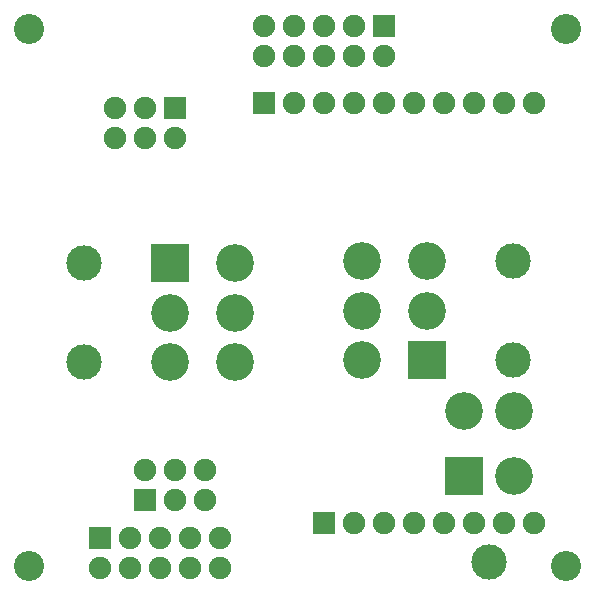
<source format=gbs>
G04 DipTrace 3.0.0.1*
G04 Arm-shield_lay_V2.GBS*
%MOIN*%
G04 #@! TF.FileFunction,Soldermask,Bot*
G04 #@! TF.Part,Single*
%ADD27C,0.1004*%
%ADD28C,0.11811*%
%ADD39R,0.12611X0.12611*%
%ADD41C,0.12611*%
%ADD43C,0.074929*%
%ADD45R,0.074929X0.074929*%
%FSLAX26Y26*%
G04*
G70*
G90*
G75*
G01*
G04 BotMask*
%LPD*%
D27*
X2262946Y2262946D3*
X475259Y475259D3*
Y2262946D3*
X2262946Y475259D3*
D45*
X1656633Y2275448D3*
D43*
Y2175448D3*
X1556633Y2275448D3*
Y2175448D3*
X1456633Y2275448D3*
Y2175448D3*
X1356633Y2275448D3*
Y2175448D3*
X1256633Y2275448D3*
Y2175448D3*
D41*
X944058Y1319097D3*
Y1153743D3*
X1160593Y1484451D3*
Y1153743D3*
Y1319097D3*
D39*
X944058Y1484451D3*
D28*
X656656D3*
Y1153743D3*
D45*
X712783Y569018D3*
D43*
Y469018D3*
X812783Y569018D3*
Y469018D3*
X912783Y569018D3*
Y469018D3*
X1012783Y569018D3*
Y469018D3*
X1112783Y569018D3*
Y469018D3*
D39*
X1925411Y775290D3*
D41*
X2090765D3*
Y991825D3*
X1925411D3*
D28*
X2008088Y487888D3*
D45*
X962810Y2000419D3*
D43*
Y1900419D3*
X862810Y2000419D3*
Y1900419D3*
X762810Y2000419D3*
Y1900419D3*
D45*
X862799Y694031D3*
D43*
Y794031D3*
X962799Y694031D3*
Y794031D3*
X1062799Y694031D3*
Y794031D3*
D41*
X1800398Y1325348D3*
Y1490702D3*
X1583862Y1159993D3*
Y1490702D3*
Y1325348D3*
D39*
X1800398Y1159993D3*
D28*
X2087799D3*
Y1490702D3*
D45*
X1256591Y2019171D3*
D43*
X1356591D3*
X1456591D3*
X1556591D3*
X1656591D3*
X1756591D3*
X1856591D3*
X1956591D3*
X2056591D3*
X2156591D3*
D45*
X1456591Y619171D3*
D43*
X1556591D3*
X1656591D3*
X1756591D3*
X1856591D3*
X1956591D3*
X2056591D3*
X2156591D3*
M02*

</source>
